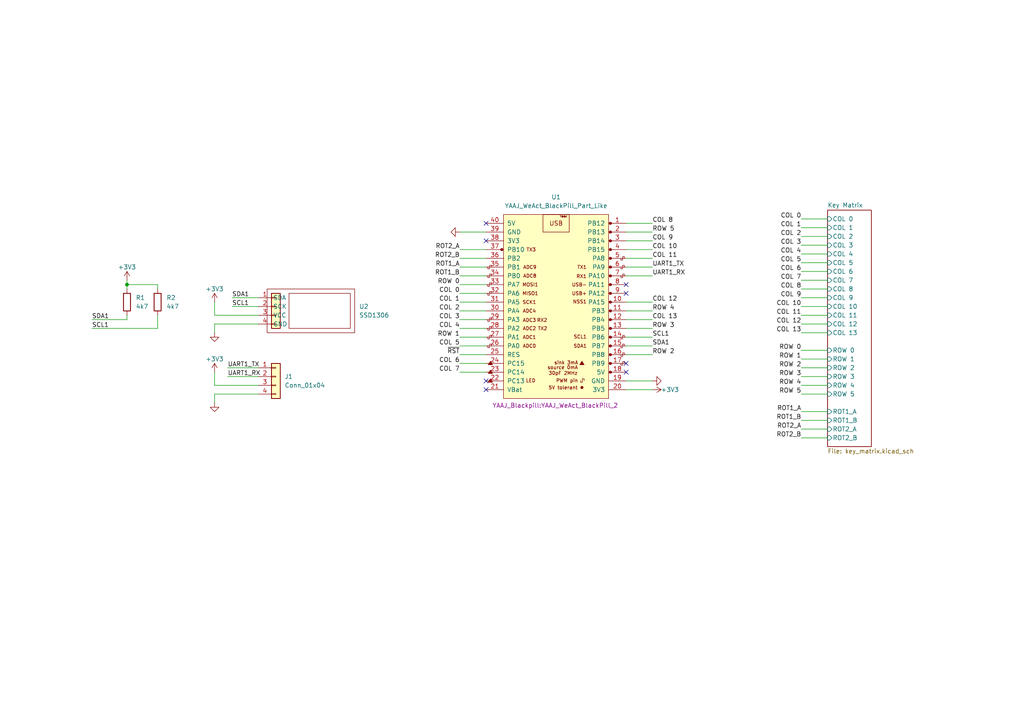
<source format=kicad_sch>
(kicad_sch (version 20211123) (generator eeschema)
  (paper "A4")
  (lib_symbols
    (symbol "Connector_Generic:Conn_01x04" (pin_names (offset 1.016) hide)
      (property "Reference" "J" (at 0 5.08 0))
      (property "Value" "Conn_01x04" (at 0 -7.62 0))
      (symbol "Conn_01x04_1_1"
        (rectangle (start -1.27 -4.953) (end 0 -5.207) (stroke (width 0.1524)))
        (rectangle (start -1.27 -2.413) (end 0 -2.667) (stroke (width 0.1524)))
        (rectangle (start -1.27 0.127) (end 0 -0.127) (stroke (width 0.1524)))
        (rectangle (start -1.27 2.667) (end 0 2.413) (stroke (width 0.1524)))
        (rectangle (start -1.27 3.81) (end 1.27 -6.35) (stroke (width 0.254)) (fill (type background)))
        (pin passive line (at -5.08 2.54 0) (length 3.81) (name "Pin_1") (number "1"))
        (pin passive line (at -5.08 0 0) (length 3.81) (name "Pin_2") (number "2"))
        (pin passive line (at -5.08 -2.54 0) (length 3.81) (name "Pin_3") (number "3"))
        (pin passive line (at -5.08 -5.08 0) (length 3.81) (name "Pin_4") (number "4"))
      )
    )
    (symbol "Device:R" (pin_numbers hide) (pin_names (offset 0))
      (property "Reference" "R" (at 2.032 0 90))
      (property "Value" "R" (at 0 0 90))
      (symbol "R_0_1"
        (rectangle (start -1.016 -2.54) (end 1.016 2.54) (stroke (width 0.254)))
      )
      (symbol "R_1_1"
        (pin passive line (at 0 3.81 270) (length 1.27) (name "~") (number "1"))
        (pin passive line (at 0 -3.81 90) (length 1.27) (name "~") (number "2"))
      )
    )
    (symbol "YAAJ_WeAct_BlackPill_Part_Like:YAAJ_WeAct_BlackPill_Part_Like" (pin_names (offset 1.016))
      (property "Reference" "U" (at -12.7 27.94 0))
      (property "Value" "YAAJ_WeAct_BlackPill_Part_Like" (at 0 2.54 90))
      (symbol "YAAJ_WeAct_BlackPill_Part_Like_0_0"
        (circle (center -15.748 -20.32) (radius 0.3556) (fill (type outline)))
        (circle (center -15.748 -17.78) (radius 0.3556) (fill (type outline)))
        (circle (center -15.748 -15.24) (radius 0.3556) (fill (type outline)))
        (circle (center -15.748 -12.7) (radius 0.3556) (fill (type outline)))
        (circle (center -15.748 -10.16) (radius 0.3556) (fill (type outline)))
        (circle (center -15.748 -7.62) (radius 0.3556) (fill (type outline)))
        (circle (center -15.748 -5.08) (radius 0.3556) (fill (type outline)))
        (circle (center -15.748 -2.54) (radius 0.3556) (fill (type outline)))
        (circle (center -15.748 0) (radius 0.3556) (fill (type outline)))
        (circle (center -15.748 2.54) (radius 0.3556) (fill (type outline)))
        (circle (center -15.748 5.08) (radius 0.3556) (fill (type outline)))
        (circle (center -15.748 7.62) (radius 0.3556) (fill (type outline)))
        (circle (center -15.748 10.16) (radius 0.3556) (fill (type outline)))
        (circle (center -15.748 12.7) (radius 0.3556) (fill (type outline)))
        (circle (center -15.748 15.24) (radius 0.3556) (fill (type outline)))
        (circle (center -15.748 17.78) (radius 0.3556) (fill (type outline)))
        (circle (center -15.748 22.86) (radius 0.3556) (fill (type outline)))
        (circle (center -7.493 -24.765) (radius 0.127) (fill (type outline)))
        (circle (center -7.493 -24.765) (radius 0.254))
        (circle (center -7.493 -24.765) (radius 0.3556))
        (polyline (pts (xy -8.128 -18.161) (xy -7.493 -17.145) (xy -6.858 -18.161) (xy -8.128 -18.161) (xy -7.493 -17.272) (xy -6.985 -18.161) (xy -8.001 -18.034) (xy -7.493 -17.399) (xy -7.112 -18.161) (xy -7.874 -17.907) (xy -7.366 -17.526) (xy -7.239 -18.161) (xy -7.747 -17.78) (xy -7.239 -17.653) (xy -7.366 -18.034) (xy -7.62 -17.78) (xy -7.366 -17.907) (xy -7.493 -17.653)))
        (polyline (pts (xy 18.415 -23.241) (xy 19.05 -22.225) (xy 19.685 -23.241) (xy 18.415 -23.241) (xy 19.05 -22.352) (xy 19.558 -23.241) (xy 18.542 -23.114) (xy 19.05 -22.479) (xy 19.431 -23.241) (xy 18.669 -22.987) (xy 19.177 -22.606) (xy 19.304 -23.241) (xy 18.796 -22.86) (xy 19.304 -22.733) (xy 19.177 -23.114) (xy 18.923 -22.86) (xy 19.177 -22.987) (xy 19.05 -22.733)))
        (polyline (pts (xy 18.415 -20.701) (xy 19.05 -19.685) (xy 19.685 -20.701) (xy 18.415 -20.701) (xy 19.05 -19.812) (xy 19.558 -20.701) (xy 18.542 -20.574) (xy 19.05 -19.939) (xy 19.431 -20.701) (xy 18.669 -20.447) (xy 19.177 -20.066) (xy 19.304 -20.701) (xy 18.796 -20.32) (xy 19.304 -20.193) (xy 19.177 -20.574) (xy 18.923 -20.32) (xy 19.177 -20.447) (xy 19.05 -20.193)))
        (polyline (pts (xy 18.415 -18.161) (xy 19.05 -17.145) (xy 19.685 -18.161) (xy 18.415 -18.161) (xy 19.05 -17.272) (xy 19.558 -18.161) (xy 18.542 -18.034) (xy 19.05 -17.399) (xy 19.431 -18.161) (xy 18.669 -17.907) (xy 19.177 -17.526) (xy 19.304 -18.161) (xy 18.796 -17.78) (xy 19.304 -17.653) (xy 19.177 -18.034) (xy 18.923 -17.78) (xy 19.177 -17.907) (xy 19.05 -17.653)))
        (circle (center 15.748 15.24) (radius 0.254) (fill (type outline)))
        (circle (center 15.748 15.24) (radius 0.3556))
        (text "30pF 2MHz" (at -2.032 -20.574 0) (effects (font (size 0.9906 0.9906))))
        (text "5V tolerant" (at -2.032 -24.765 0) (effects (font (size 0.9906 0.9906))))
        (text "ADC0" (at 7.747 -12.7 0) (effects (font (size 0.9906 0.9906))))
        (text "ADC1" (at 7.747 -10.16 0) (effects (font (size 0.9906 0.9906))))
        (text "ADC2" (at 7.747 -7.62 0) (effects (font (size 0.9906 0.9906))))
        (text "ADC3" (at 7.747 -5.207 0) (effects (font (size 0.9906 0.9906))))
        (text "ADC4" (at 7.747 -2.54 0) (effects (font (size 0.9906 0.9906))))
        (text "ADC8" (at 7.62 7.62 0) (effects (font (size 0.9906 0.9906))))
        (text "ADC9" (at 7.62 10.16 0) (effects (font (size 0.9906 0.9906))))
        (text "LED" (at 7.366 -22.733 0) (effects (font (size 0.9906 0.9906))))
        (text "MISO1" (at 7.493 2.54 0) (effects (font (size 0.9906 0.9906))))
        (text "MOSI1" (at 7.493 5.08 0) (effects (font (size 0.9906 0.9906))))
        (text "NSS1" (at -6.858 0.127 0) (effects (font (size 0.9906 0.9906))))
        (text "PWM pin" (at -3.175 -22.733 0) (effects (font (size 0.9906 0.9906))))
        (text "RX1" (at -7.366 7.493 0) (effects (font (size 0.9906 0.9906))))
        (text "RX2" (at 4.064 -5.207 0) (effects (font (size 0.9906 0.9906))))
        (text "SCK1" (at 7.747 0 0) (effects (font (size 0.9906 0.9906))))
        (text "SCL1" (at -6.985 -10.033 0) (effects (font (size 0.9906 0.9906))))
        (text "SDA1" (at -6.985 -12.7 0) (effects (font (size 0.9906 0.9906))))
        (text "sink 3mA" (at -2.921 -17.526 0) (effects (font (size 0.9906 0.9906))))
        (text "source 0mA" (at -1.905 -18.923 0) (effects (font (size 0.9906 0.9906))))
        (text "TX1" (at -7.493 10.16 0) (effects (font (size 0.9906 0.9906))))
        (text "TX2" (at 3.937 -7.62 0) (effects (font (size 0.9906 0.9906))))
        (text "TX3" (at 7.239 15.24 0) (effects (font (size 0.9906 0.9906))))
        (text "USB" (at 0 22.86 0) (effects (font (size 1.27 1.27))))
        (text "USB+" (at -6.731 2.54 0) (effects (font (size 0.9906 0.9906))))
        (text "USB-" (at -6.731 5.08 0) (effects (font (size 0.9906 0.9906))))
        (text "Y@@J" (at -2.159 24.892 0) (effects (font (size 0.508 0.508))))
      )
      (symbol "YAAJ_WeAct_BlackPill_Part_Like_0_1"
        (rectangle (start -15.24 25.4) (end 15.24 -27.94) (fill (type background)))
        (polyline (pts (xy -18.796 -17.78) (xy -18.796 -18.288) (xy -19.304 -18.288) (xy -19.304 -17.272) (xy -19.812 -17.272) (xy -19.812 -17.78)))
        (polyline (pts (xy -18.796 -15.24) (xy -18.796 -15.748) (xy -19.304 -15.748) (xy -19.304 -14.732) (xy -19.812 -14.732) (xy -19.812 -15.24)))
        (polyline (pts (xy -18.796 -12.7) (xy -18.796 -13.208) (xy -19.304 -13.208) (xy -19.304 -12.192) (xy -19.812 -12.192) (xy -19.812 -12.7)))
        (polyline (pts (xy -18.796 -10.16) (xy -18.796 -10.668) (xy -19.304 -10.668) (xy -19.304 -9.652) (xy -19.812 -9.652) (xy -19.812 -10.16)))
        (polyline (pts (xy -18.796 7.62) (xy -18.796 7.112) (xy -19.304 7.112) (xy -19.304 8.128) (xy -19.812 8.128) (xy -19.812 7.62)))
        (polyline (pts (xy -18.796 10.16) (xy -18.796 9.652) (xy -19.304 9.652) (xy -19.304 10.668) (xy -19.812 10.668) (xy -19.812 10.16)))
        (polyline (pts (xy -18.796 12.7) (xy -18.796 12.192) (xy -19.304 12.192) (xy -19.304 13.208) (xy -19.812 13.208) (xy -19.812 12.7)))
        (polyline (pts (xy -7.112 -22.733) (xy -7.112 -23.241) (xy -7.62 -23.241) (xy -7.62 -22.225) (xy -8.128 -22.225) (xy -8.128 -22.733)))
        (polyline (pts (xy 19.812 -12.7) (xy 19.812 -13.208) (xy 19.304 -13.208) (xy 19.304 -12.192) (xy 18.796 -12.192) (xy 18.796 -12.7)))
        (polyline (pts (xy 19.812 -10.16) (xy 19.812 -10.668) (xy 19.304 -10.668) (xy 19.304 -9.652) (xy 18.796 -9.652) (xy 18.796 -10.16)))
        (polyline (pts (xy 19.812 -7.62) (xy 19.812 -8.128) (xy 19.304 -8.128) (xy 19.304 -7.112) (xy 18.796 -7.112) (xy 18.796 -7.62)))
        (polyline (pts (xy 19.812 -5.08) (xy 19.812 -5.588) (xy 19.304 -5.588) (xy 19.304 -4.572) (xy 18.796 -4.572) (xy 18.796 -5.08)))
        (polyline (pts (xy 19.812 2.54) (xy 19.812 2.032) (xy 19.304 2.032) (xy 19.304 3.048) (xy 18.796 3.048) (xy 18.796 2.54)))
        (polyline (pts (xy 19.812 5.08) (xy 19.812 4.572) (xy 19.304 4.572) (xy 19.304 5.588) (xy 18.796 5.588) (xy 18.796 5.08)))
        (polyline (pts (xy 19.812 7.62) (xy 19.812 7.112) (xy 19.304 7.112) (xy 19.304 8.128) (xy 18.796 8.128) (xy 18.796 7.62)))
        (polyline (pts (xy 19.812 10.16) (xy 19.812 9.652) (xy 19.304 9.652) (xy 19.304 10.668) (xy 18.796 10.668) (xy 18.796 10.16)))
        (rectangle (start 3.81 25.4) (end -3.81 20.32))
      )
      (symbol "YAAJ_WeAct_BlackPill_Part_Like_1_1"
        (circle (center -15.748 20.32) (radius 0.3556) (fill (type outline)))
        (pin bidirectional line (at -20.32 22.86 0) (length 5.08) (name "PB12") (number "1"))
        (pin bidirectional line (at -20.32 0 0) (length 5.08) (name "PA15") (number "10"))
        (pin bidirectional line (at -20.32 -2.54 0) (length 5.08) (name "PB3") (number "11"))
        (pin bidirectional line (at -20.32 -5.08 0) (length 5.08) (name "PB4") (number "12"))
        (pin bidirectional line (at -20.32 -7.62 0) (length 5.08) (name "PB5") (number "13"))
        (pin bidirectional line (at -20.32 -10.16 0) (length 5.08) (name "PB6") (number "14"))
        (pin bidirectional line (at -20.32 -12.7 0) (length 5.08) (name "PB7") (number "15"))
        (pin bidirectional line (at -20.32 -15.24 0) (length 5.08) (name "PB8") (number "16"))
        (pin bidirectional line (at -20.32 -17.78 0) (length 5.08) (name "PB9") (number "17"))
        (pin power_in line (at -20.32 -20.32 0) (length 5.08) (name "5V") (number "18"))
        (pin power_in line (at -20.32 -22.86 0) (length 5.08) (name "GND") (number "19"))
        (pin bidirectional line (at -20.32 20.32 0) (length 5.08) (name "PB13") (number "2"))
        (pin power_in line (at -20.32 -25.4 0) (length 5.08) (name "3V3") (number "20"))
        (pin power_in line (at 20.32 -25.4 180) (length 5.08) (name "VBat") (number "21"))
        (pin bidirectional line (at 20.32 -22.86 180) (length 5.08) (name "PC13") (number "22"))
        (pin bidirectional line (at 20.32 -20.32 180) (length 5.08) (name "PC14") (number "23"))
        (pin bidirectional line (at 20.32 -17.78 180) (length 5.08) (name "PC15") (number "24"))
        (pin input line (at 20.32 -15.24 180) (length 5.08) (name "RES") (number "25"))
        (pin bidirectional line (at 20.32 -12.7 180) (length 5.08) (name "PA0") (number "26"))
        (pin bidirectional line (at 20.32 -10.16 180) (length 5.08) (name "PA1") (number "27"))
        (pin bidirectional line (at 20.32 -7.62 180) (length 5.08) (name "PA2") (number "28"))
        (pin bidirectional line (at 20.32 -5.08 180) (length 5.08) (name "PA3") (number "29"))
        (pin bidirectional line (at -20.32 17.78 0) (length 5.08) (name "PB14") (number "3"))
        (pin bidirectional line (at 20.32 -2.54 180) (length 5.08) (name "PA4") (number "30"))
        (pin bidirectional line (at 20.32 0 180) (length 5.08) (name "PA5") (number "31"))
        (pin bidirectional line (at 20.32 2.54 180) (length 5.08) (name "PA6") (number "32"))
        (pin bidirectional line (at 20.32 5.08 180) (length 5.08) (name "PA7") (number "33"))
        (pin bidirectional line (at 20.32 7.62 180) (length 5.08) (name "PB0") (number "34"))
        (pin bidirectional line (at 20.32 10.16 180) (length 5.08) (name "PB1") (number "35"))
        (pin bidirectional line (at 20.32 12.7 180) (length 5.08) (name "PB2") (number "36"))
        (pin bidirectional line (at 20.32 15.24 180) (length 5.08) (name "PB10") (number "37"))
        (pin power_in line (at 20.32 17.78 180) (length 5.08) (name "3V3") (number "38"))
        (pin power_in line (at 20.32 20.32 180) (length 5.08) (name "GND") (number "39"))
        (pin bidirectional line (at -20.32 15.24 0) (length 5.08) (name "PB15") (number "4"))
        (pin power_in line (at 20.32 22.86 180) (length 5.08) (name "5V") (number "40"))
        (pin bidirectional line (at -20.32 12.7 0) (length 5.08) (name "PA8") (number "5"))
        (pin bidirectional line (at -20.32 10.16 0) (length 5.08) (name "PA9") (number "6"))
        (pin bidirectional line (at -20.32 7.62 0) (length 5.08) (name "PA10") (number "7"))
        (pin bidirectional line (at -20.32 5.08 0) (length 5.08) (name "PA11") (number "8"))
        (pin bidirectional line (at -20.32 2.54 0) (length 5.08) (name "PA12") (number "9"))
      )
    )
    (symbol "_scott_lib:SSD1306"
      (property "Reference" "U" (at -7.62 -10.16 0))
      (property "Value" "SSD1306" (at -7.62 -10.16 0))
      (symbol "SSD1306_0_1"
        (rectangle (start -2.54 2.54) (end 22.86 -10.16))
        (rectangle (start 3.81 1.27) (end 21.59 -8.89))
      )
      (symbol "SSD1306_1_1"
        (rectangle (start -1.27 -7.493) (end 0 -7.747) (stroke (width 0.1524)))
        (rectangle (start -1.27 -4.953) (end 0 -5.207) (stroke (width 0.1524)))
        (rectangle (start -1.27 -2.413) (end 0 -2.667) (stroke (width 0.1524)))
        (rectangle (start -1.27 0.127) (end 0 -0.127) (stroke (width 0.1524)))
        (rectangle (start -1.27 1.27) (end 1.27 -8.89) (stroke (width 0.254)) (fill (type background)))
        (pin passive line (at -5.08 0 0) (length 3.81) (name "SDA") (number "1"))
        (pin passive line (at -5.08 -2.54 0) (length 3.81) (name "SCK") (number "2"))
        (pin power_in line (at -5.08 -5.08 0) (length 3.81) (name "VCC") (number "3"))
        (pin passive line (at -5.08 -7.62 0) (length 3.81) (name "GND") (number "4"))
      )
    )
    (symbol "power:+3V3" (power) (pin_names (offset 0))
      (property "Value" "+3V3" (at 0 3.556 0))
      (symbol "+3V3_0_1"
        (polyline (pts (xy -0.762 1.27) (xy 0 2.54)))
        (polyline (pts (xy 0 0) (xy 0 2.54)))
        (polyline (pts (xy 0 2.54) (xy 0.762 1.27)))
      )
      (symbol "+3V3_1_1"
        (pin power_in line (at 0 0 90) (length 0) hide (name "+3V3") (number "1"))
      )
    )
    (symbol "power:GND" (power) (pin_names (offset 0))
      (property "Value" "GND" (at 0 -3.81 0))
      (symbol "GND_0_1"
        (polyline (pts (xy 0 0) (xy 0 -1.27) (xy 1.27 -1.27) (xy 0 -2.54) (xy -1.27 -1.27) (xy 0 -1.27)))
      )
      (symbol "GND_1_1"
        (pin power_in line (at 0 0 270) (length 0) hide (name "GND") (number "1"))
      )
    )
  )
  (junction (at 36.83 82.55))
  (no_connect (at 181.61 85.09))
  (no_connect (at 140.97 64.77))
  (no_connect (at 140.97 110.49))
  (no_connect (at 181.61 105.41))
  (no_connect (at 140.97 69.85))
  (no_connect (at 181.61 82.55))
  (no_connect (at 140.97 113.03))
  (no_connect (at 181.61 107.95))
  (wire (pts (xy 240.03 104.14) (xy 232.41 104.14)))
  (wire (pts (xy 240.03 91.44) (xy 232.41 91.44)))
  (wire (pts (xy 67.31 86.36) (xy 74.93 86.36)))
  (wire (pts (xy 140.97 74.93) (xy 133.35 74.93)))
  (wire (pts (xy 74.93 91.44) (xy 62.23 91.44)))
  (wire (pts (xy 74.93 114.3) (xy 62.23 114.3)))
  (wire (pts (xy 62.23 93.98) (xy 62.23 96.52)))
  (wire (pts (xy 62.23 111.76) (xy 62.23 107.95)))
  (wire (pts (xy 62.23 91.44) (xy 62.23 87.63)))
  (wire (pts (xy 133.35 67.31) (xy 140.97 67.31)))
  (wire (pts (xy 140.97 100.33) (xy 133.35 100.33)))
  (wire (pts (xy 181.61 64.77) (xy 189.23 64.77)))
  (wire (pts (xy 240.03 114.3) (xy 232.41 114.3)))
  (wire (pts (xy 62.23 114.3) (xy 62.23 116.84)))
  (wire (pts (xy 36.83 92.71) (xy 36.83 91.44)))
  (wire (pts (xy 140.97 102.87) (xy 133.35 102.87)))
  (wire (pts (xy 181.61 113.03) (xy 189.23 113.03)))
  (wire (pts (xy 36.83 82.55) (xy 36.83 83.82)))
  (wire (pts (xy 181.61 74.93) (xy 189.23 74.93)))
  (wire (pts (xy 240.03 119.38) (xy 232.41 119.38)))
  (wire (pts (xy 181.61 92.71) (xy 189.23 92.71)))
  (wire (pts (xy 140.97 105.41) (xy 133.35 105.41)))
  (wire (pts (xy 240.03 121.92) (xy 232.41 121.92)))
  (wire (pts (xy 140.97 90.17) (xy 133.35 90.17)))
  (wire (pts (xy 181.61 95.25) (xy 189.23 95.25)))
  (wire (pts (xy 240.03 73.66) (xy 232.41 73.66)))
  (wire (pts (xy 140.97 97.79) (xy 133.35 97.79)))
  (wire (pts (xy 189.23 110.49) (xy 181.61 110.49)))
  (wire (pts (xy 181.61 80.01) (xy 189.23 80.01)))
  (wire (pts (xy 45.72 83.82) (xy 45.72 82.55)))
  (wire (pts (xy 240.03 66.04) (xy 232.41 66.04)))
  (wire (pts (xy 181.61 100.33) (xy 189.23 100.33)))
  (wire (pts (xy 240.03 96.52) (xy 232.41 96.52)))
  (wire (pts (xy 240.03 81.28) (xy 232.41 81.28)))
  (wire (pts (xy 74.93 93.98) (xy 62.23 93.98)))
  (wire (pts (xy 240.03 93.98) (xy 232.41 93.98)))
  (wire (pts (xy 140.97 80.01) (xy 133.35 80.01)))
  (wire (pts (xy 240.03 71.12) (xy 232.41 71.12)))
  (wire (pts (xy 240.03 109.22) (xy 232.41 109.22)))
  (wire (pts (xy 66.04 106.68) (xy 74.93 106.68)))
  (wire (pts (xy 26.67 95.25) (xy 45.72 95.25)))
  (wire (pts (xy 26.67 92.71) (xy 36.83 92.71)))
  (wire (pts (xy 140.97 72.39) (xy 133.35 72.39)))
  (wire (pts (xy 240.03 63.5) (xy 232.41 63.5)))
  (wire (pts (xy 240.03 68.58) (xy 232.41 68.58)))
  (wire (pts (xy 240.03 106.68) (xy 232.41 106.68)))
  (wire (pts (xy 240.03 124.46) (xy 232.41 124.46)))
  (wire (pts (xy 181.61 87.63) (xy 189.23 87.63)))
  (wire (pts (xy 140.97 95.25) (xy 133.35 95.25)))
  (wire (pts (xy 181.61 69.85) (xy 189.23 69.85)))
  (wire (pts (xy 181.61 97.79) (xy 189.23 97.79)))
  (wire (pts (xy 140.97 92.71) (xy 133.35 92.71)))
  (wire (pts (xy 181.61 90.17) (xy 189.23 90.17)))
  (wire (pts (xy 181.61 102.87) (xy 189.23 102.87)))
  (wire (pts (xy 74.93 111.76) (xy 62.23 111.76)))
  (wire (pts (xy 240.03 83.82) (xy 232.41 83.82)))
  (wire (pts (xy 240.03 86.36) (xy 232.41 86.36)))
  (wire (pts (xy 140.97 82.55) (xy 133.35 82.55)))
  (wire (pts (xy 181.61 67.31) (xy 189.23 67.31)))
  (wire (pts (xy 240.03 76.2) (xy 232.41 76.2)))
  (wire (pts (xy 240.03 88.9) (xy 232.41 88.9)))
  (wire (pts (xy 240.03 127) (xy 232.41 127)))
  (wire (pts (xy 140.97 87.63) (xy 133.35 87.63)))
  (wire (pts (xy 240.03 101.6) (xy 232.41 101.6)))
  (wire (pts (xy 240.03 111.76) (xy 232.41 111.76)))
  (wire (pts (xy 181.61 72.39) (xy 189.23 72.39)))
  (wire (pts (xy 140.97 85.09) (xy 133.35 85.09)))
  (wire (pts (xy 66.04 109.22) (xy 74.93 109.22)))
  (wire (pts (xy 45.72 95.25) (xy 45.72 91.44)))
  (wire (pts (xy 67.31 88.9) (xy 74.93 88.9)))
  (wire (pts (xy 140.97 107.95) (xy 133.35 107.95)))
  (wire (pts (xy 240.03 78.74) (xy 232.41 78.74)))
  (wire (pts (xy 140.97 77.47) (xy 133.35 77.47)))
  (wire (pts (xy 36.83 82.55) (xy 45.72 82.55)))
  (wire (pts (xy 36.83 81.28) (xy 36.83 82.55)))
  (wire (pts (xy 181.61 77.47) (xy 189.23 77.47)))
  (label "ROW 4" (at 232.41 111.76 180))
  (label "COL 13" (at 232.41 96.52 180))
  (label "COL 10" (at 189.23 72.39 0))
  (label "SDA1" (at 189.23 100.33 0))
  (label "COL 4" (at 232.41 73.66 180))
  (label "COL 6" (at 232.41 78.74 180))
  (label "ROT2_B" (at 133.35 74.93 180))
  (label "COL 2" (at 232.41 68.58 180))
  (label "ROW 5" (at 232.41 114.3 180))
  (label "SCL1" (at 189.23 97.79 0))
  (label "ROW 2" (at 189.23 102.87 0))
  (label "COL 8" (at 232.41 83.82 180))
  (label "UART1_RX" (at 189.23 80.01 0))
  (label "ROW 1" (at 133.35 97.79 180))
  (label "ROT1_B" (at 232.41 121.92 180))
  (label "COL 5" (at 232.41 76.2 180))
  (label "COL 1" (at 133.35 87.63 180))
  (label "ROW 3" (at 189.23 95.25 0))
  (label "COL 5" (at 133.35 100.33 180))
  (label "COL 3" (at 133.35 92.71 180))
  (label "COL 7" (at 133.35 107.95 180))
  (label "ROT2_A" (at 232.41 124.46 180))
  (label "COL 2" (at 133.35 90.17 180))
  (label "UART1_RX" (at 66.04 109.22 0))
  (label "COL 4" (at 133.35 95.25 180))
  (label "COL 8" (at 189.23 64.77 0))
  (label "COL 1" (at 232.41 66.04 180))
  (label "UART1_TX" (at 189.23 77.47 0))
  (label "ROW 5" (at 189.23 67.31 0))
  (label "SDA1" (at 26.67 92.71 0))
  (label "ROT1_A" (at 232.41 119.38 180))
  (label "COL 6" (at 133.35 105.41 180))
  (label "UART1_TX" (at 66.04 106.68 0))
  (label "COL 12" (at 232.41 93.98 180))
  (label "COL 0" (at 133.35 85.09 180))
  (label "SCL1" (at 67.31 88.9 0))
  (label "COL 13" (at 189.23 92.71 0))
  (label "ROW 3" (at 232.41 109.22 180))
  (label "COL 3" (at 232.41 71.12 180))
  (label "COL 7" (at 232.41 81.28 180))
  (label "ROT1_B" (at 133.35 80.01 180))
  (label "ROW 0" (at 232.41 101.6 180))
  (label "ROT1_A" (at 133.35 77.47 180))
  (label "~{RST}" (at 133.35 102.87 180))
  (label "ROW 2" (at 232.41 106.68 180))
  (label "COL 11" (at 232.41 91.44 180))
  (label "ROT2_B" (at 232.41 127 180))
  (label "COL 12" (at 189.23 87.63 0))
  (label "SCL1" (at 26.67 95.25 0))
  (label "ROW 0" (at 133.35 82.55 180))
  (label "ROW 1" (at 232.41 104.14 180))
  (label "ROW 4" (at 189.23 90.17 0))
  (label "ROT2_A" (at 133.35 72.39 180))
  (label "COL 10" (at 232.41 88.9 180))
  (label "COL 0" (at 232.41 63.5 180))
  (label "COL 11" (at 189.23 74.93 0))
  (label "SDA1" (at 67.31 86.36 0))
  (label "COL 9" (at 189.23 69.85 0))
  (label "COL 9" (at 232.41 86.36 180))
  (symbol (lib_id "_scott_lib:SSD1306") (at 80.01 86.36 0) (unit 1)
    (property "Reference" "U2" (at 104.14 88.8999 0) (effects (justify left)))
    (property "Value" "SSD1306" (at 104.14 91.4399 0) (effects (justify left)))
    (property "Footprint" "_scott_lib:SSD1306_128X32" (effects hide))
  )
  (symbol (lib_id "YAAJ_WeAct_BlackPill_Part_Like:YAAJ_WeAct_BlackPill_Part_Like") (at 161.29 87.63 0) (mirror y) (unit 1)
    (property "Reference" "U1" (at 161.29 57.15 0))
    (property "Value" "YAAJ_WeAct_BlackPill_Part_Like" (at 161.29 59.69 0))
    (property "Footprint" "YAAJ_Blackpill:YAAJ_WeAct_BlackPill_2" (at 161.036 117.602 0))
  )
  (symbol (lib_id "Device:R") (at 45.72 87.63 0) (unit 1)
    (property "Reference" "R2" (at 48.26 86.3599 0) (effects (justify left)))
    (property "Value" "4k7" (at 48.26 88.8999 0) (effects (justify left)))
    (property "Footprint" "_scott_lib:C_0603_1608Metric_Pad1.08x0.95mm_HandSolder" (effects hide))
  )
  (symbol (lib_id "power:+3V3") (at 189.23 113.03 270) (unit 1)
    (property "Reference" "#PWR0107" (effects hide))
    (property "Value" "+3V3" (at 194.31 113.03 90))
  )
  (symbol (lib_id "power:GND") (at 133.35 67.31 270) (unit 1)
    (property "Reference" "#PWR0101" (effects hide))
    (property "Value" "GND" (effects hide))
  )
  (symbol (lib_id "Device:R") (at 36.83 87.63 0) (unit 1)
    (property "Reference" "R1" (at 39.37 86.3599 0) (effects (justify left)))
    (property "Value" "4k7" (at 39.37 88.8999 0) (effects (justify left)))
    (property "Footprint" "_scott_lib:C_0603_1608Metric_Pad1.08x0.95mm_HandSolder" (effects hide))
  )
  (symbol (lib_id "power:+3V3") (at 36.83 81.28 0) (unit 1)
    (property "Reference" "#PWR0110" (effects hide))
    (property "Value" "+3V3" (at 36.83 77.47 0))
  )
  (symbol (lib_id "power:GND") (at 62.23 96.52 0) (unit 1)
    (property "Reference" "#PWR0109" (effects hide))
    (property "Value" "GND" (effects hide))
  )
  (symbol (lib_id "power:+3V3") (at 62.23 107.95 0) (unit 1)
    (property "Reference" "#PWR0111" (effects hide))
    (property "Value" "+3V3" (at 62.23 104.14 0))
  )
  (symbol (lib_id "power:+3V3") (at 62.23 87.63 0) (unit 1)
    (property "Reference" "#PWR0108" (effects hide))
    (property "Value" "+3V3" (at 62.23 83.82 0))
  )
  (symbol (lib_id "power:GND") (at 189.23 110.49 90) (mirror x) (unit 1)
    (property "Reference" "#PWR0102" (effects hide))
    (property "Value" "GND" (effects hide))
  )
  (symbol (lib_id "power:GND") (at 62.23 116.84 0) (unit 1)
    (property "Reference" "#PWR0112" (effects hide))
    (property "Value" "GND" (effects hide))
  )
  (symbol (lib_id "Connector_Generic:Conn_01x04") (at 80.01 109.22 0) (unit 1)
    (property "Reference" "J1" (at 82.55 109.2199 0) (effects (justify left)))
    (property "Value" "Conn_01x04" (at 82.55 111.7599 0) (effects (justify left)))
  )
  (sheet (at 240.03 60.96) (size 12.7 68.58) (stroke (width 0.1524))
    (property "Sheet name" "Key Matrix" (at 240.03 60.2484 0) (effects (justify left bottom)))
    (property "Sheet file" "key_matrix.kicad_sch" (at 240.03 130.1246 0) (effects (justify left top)))
    (pin "COL 0" input (at 240.03 63.5 180))
    (pin "COL 1" input (at 240.03 66.04 180))
    (pin "COL 2" input (at 240.03 68.58 180))
    (pin "COL 3" input (at 240.03 71.12 180))
    (pin "COL 4" input (at 240.03 73.66 180))
    (pin "COL 5" input (at 240.03 76.2 180))
    (pin "COL 6" input (at 240.03 78.74 180))
    (pin "COL 9" input (at 240.03 86.36 180))
    (pin "COL 10" input (at 240.03 88.9 180))
    (pin "COL 7" input (at 240.03 81.28 180))
    (pin "COL 8" input (at 240.03 83.82 180))
    (pin "COL 11" input (at 240.03 91.44 180))
    (pin "COL 12" input (at 240.03 93.98 180))
    (pin "COL 13" input (at 240.03 96.52 180))
    (pin "ROW 1" input (at 240.03 104.14 180))
    (pin "ROW 2" input (at 240.03 106.68 180))
    (pin "ROW 3" input (at 240.03 109.22 180))
    (pin "ROW 4" input (at 240.03 111.76 180))
    (pin "ROW 5" input (at 240.03 114.3 180))
    (pin "ROW 0" input (at 240.03 101.6 180))
    (pin "ROT1_A" input (at 240.03 119.38 180))
    (pin "ROT1_B" input (at 240.03 121.92 180))
    (pin "ROT2_B" input (at 240.03 127 180))
    (pin "ROT2_A" input (at 240.03 124.46 180))
  )
)
</source>
